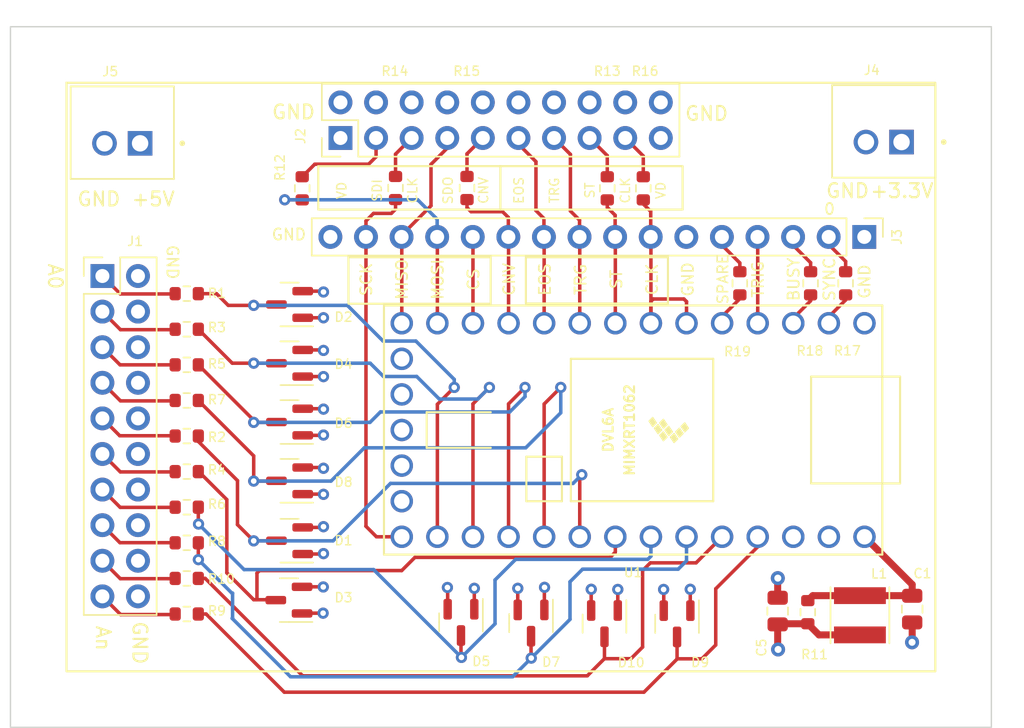
<source format=kicad_pcb>
(kicad_pcb (version 20211014) (generator pcbnew)
  (layers (0 "F.Cu" signal) (1 "In1.Cu" signal) (2 "In2.Cu" signal) (31 "B.Cu" signal) (34 "B.Paste" user) (35 "F.Paste" user) (36 "B.SilkS" user "B.Silkscreen") (37 "F.SilkS" user "F.Silkscreen") (38 "B.Mask" user) (39 "F.Mask" user) (44 "Edge.Cuts" user))
  (net 0 "")
  (net 1 "Net-(D2-Pad3)")
  (net 2 "Earth")
  (net 3 "Net-(D4-Pad3)")
  (net 4 "Net-(D6-Pad3)")
  (net 5 "Net-(D8-Pad3)")
  (net 6 "+5V")
  (net 7 "+3.3V")
  (net 8 "Net-(D1-Pad3)")
  (net 9 "Net-(D3-Pad3)")
  (net 10 "Net-(D5-Pad3)")
  (net 11 "Net-(D7-Pad3)")
  (net 12 "Net-(D9-Pad3)")
  (net 13 "Net-(D10-Pad3)")
  (net 14 "Net-(J1-Pad1)")
  (net 15 "Net-(J3-Pad15)")
  (net 16 "Net-(J1-Pad3)")
  (net 17 "Net-(J3-Pad13)")
  (net 18 "Net-(J1-Pad5)")
  (net 19 "Net-(J3-Pad11)")
  (net 20 "Net-(J1-Pad7)")
  (net 21 "Net-(J3-Pad8)")
  (net 22 "Net-(J1-Pad9)")
  (net 23 "Net-(J3-Pad7)")
  (net 24 "Net-(J1-Pad11)")
  (net 25 "Net-(C1-Pad1)")
  (net 26 "Net-(J1-Pad13)")
  (net 27 "SPI:CLK")
  (net 28 "Net-(J1-Pad15)")
  (net 29 "SPI:SDO")
  (net 30 "Net-(J1-Pad17)")
  (net 31 "Net-(J1-Pad19)")
  (net 32 "Net-(J2-Pad3)")
  (net 33 "SPI:CNVST")
  (net 34 "CCD:EOS")
  (net 35 "CCD:TRIG")
  (net 36 "CCD:ST")
  (net 37 "CCD:CLK")
  (net 38 "Net-(R17-Pad2)")
  (net 39 "Net-(R18-Pad2)")
  (net 40 "Net-(J3-Pad2)")
  (net 41 "Net-(J3-Pad3)")
  (net 42 "Net-(J3-Pad4)")
  (net 43 "Net-(J3-Pad5)")
  (net 44 "Net-(J3-Pad12)")
  (net 45 "Net-(R19-Pad2)")
  (footprint "Package_TO_SOT_SMD:SOT-23" (layer "F.Cu") (at 119.9175 104.015 180)
    (fp_text reference "D4")
    (fp_text value "BAV99")
  )
  (footprint "Resistor_SMD:R_0603_1608Metric" (layer "F.Cu") (at 112.58 121.91)
    (fp_text reference "R9")
    (fp_text value "100R")
  )
  (footprint "Resistor_SMD:R_0603_1608Metric" (layer "F.Cu") (at 145.16 91.53 -90)
    (fp_text reference "R16")
    (fp_text value "49.9")
  )
  (footprint "Capacitor_SMD:C_0805_2012Metric" (layer "F.Cu") (at 164.35 121.56 -90)
    (fp_text reference "C1")
    (fp_text value "22uF")
  )
  (footprint "Package_TO_SOT_SMD:SOT-23" (layer "F.Cu") (at 119.9175 99.82 180)
    (fp_text reference "D2")
    (fp_text value "BAV99")
  )
  (footprint "Connector_PinHeader_2.54mm:PinHeader_1x16_P2.54mm_Vertical" (layer "F.Cu") (at 160.93 95 -90)
    (fp_text reference "J3")
    (fp_text value "Conn_01x16_Male")
  )
  (footprint "Resistor_SMD:R_0603_1608Metric" (layer "F.Cu") (at 112.58 119.37)
    (fp_text reference "R10")
    (fp_text value "100R")
  )
  (footprint "teensy_footprints:Teensy40" (layer "F.Cu") (at 144.435 108.78 180)
    (fp_text reference "U1")
    (fp_text value "Teensy4.0")
  )
  (footprint "Resistor_SMD:R_0603_1608Metric" (layer "F.Cu") (at 156.9 121.78 -90)
    (fp_text reference "R11")
    (fp_text value "100R")
  )
  (footprint "Resistor_SMD:R_0603_1608Metric" (layer "F.Cu") (at 112.58 116.83)
    (fp_text reference "R8")
    (fp_text value "100R")
  )
  (footprint "Resistor_SMD:R_0603_1608Metric" (layer "F.Cu") (at 120.82 91.53 -90)
    (fp_text reference "R12")
    (fp_text value "49.9")
  )
  (footprint "Connector_PinHeader_2.54mm:PinHeader_2x10_P2.54mm_Vertical" (layer "F.Cu") (at 106.56 97.79)
    (fp_text reference "J1")
    (fp_text value "Conn_02x10_Odd_Even")
  )
  (footprint "Resistor_SMD:R_0603_1608Metric" (layer "F.Cu") (at 112.58 104.13)
    (fp_text reference "R5")
    (fp_text value "100R")
  )
  (footprint "Package_TO_SOT_SMD:SOT-23" (layer "F.Cu") (at 119.9175 112.405 180)
    (fp_text reference "D8")
    (fp_text value "BAV99")
  )
  (footprint "Resistor_SMD:R_0603_1608Metric" (layer "F.Cu") (at 112.58 114.29)
    (fp_text reference "R6")
    (fp_text value "100R")
  )
  (footprint "Package_TO_SOT_SMD:SOT-23" (layer "F.Cu") (at 137.15 122.5575 -90)
    (fp_text reference "D7")
    (fp_text value "BAV99")
  )
  (footprint "Package_TO_SOT_SMD:SOT-23" (layer "F.Cu") (at 132.15 122.5075 -90)
    (fp_text reference "D5")
    (fp_text value "BAV99")
  )
  (footprint "Resistor_SMD:R_0603_1608Metric" (layer "F.Cu") (at 159.6 98.31 -90)
    (fp_text reference "R17")
    (fp_text value "49.9")
  )
  (footprint "705430001:MOLEX_705430001" (layer "F.Cu") (at 162.32 88.23)
    (fp_text reference "J4")
    (fp_text value "705430001")
  )
  (footprint "Capacitor_SMD:C_0805_2012Metric" (layer "F.Cu") (at 154.75 121.7 90)
    (fp_text reference "C5")
    (fp_text value "22uF")
  )
  (footprint "Package_TO_SOT_SMD:SOT-23" (layer "F.Cu") (at 147.57 122.6075 -90)
    (fp_text reference "D9")
    (fp_text value "BAV99")
  )
  (footprint "Resistor_SMD:R_0603_1608Metric" (layer "F.Cu") (at 157.1 98.31 -90)
    (fp_text reference "R18")
    (fp_text value "49.9")
  )
  (footprint "Resistor_SMD:R_0603_1608Metric" (layer "F.Cu") (at 127.48 91.51 -90)
    (fp_text reference "R14")
    (fp_text value "49.9")
  )
  (footprint "Resistor_SMD:R_0603_1608Metric" (layer "F.Cu") (at 112.58 101.59)
    (fp_text reference "R3")
    (fp_text value "100R")
  )
  (footprint "Package_TO_SOT_SMD:SOT-23" (layer "F.Cu") (at 142.39 122.5975 -90)
    (fp_text reference "D10")
    (fp_text value "BAV99")
  )
  (footprint "Connector_PinHeader_2.54mm:PinHeader_2x10_P2.54mm_Vertical" (layer "F.Cu") (at 123.55 87.94 90)
    (fp_text reference "J2")
    (fp_text value "Conn_02x10_Odd_Even")
  )
  (footprint "Resistor_SMD:R_0603_1608Metric" (layer "F.Cu") (at 112.58 99.05)
    (fp_text reference "R1")
    (fp_text value "100R")
  )
  (footprint "705430001:MOLEX_705430001" (layer "F.Cu") (at 107.98 88.32)
    (fp_text reference "J5")
    (fp_text value "705430001")
  )
  (footprint "Inductor_SMD:L_Taiyo-Yuden_NR-40xx" (layer "F.Cu") (at 160.62 122 -90)
    (fp_text reference "L1")
    (fp_text value "10uH")
  )
  (footprint "Resistor_SMD:R_0603_1608Metric" (layer "F.Cu") (at 142.59 91.53 -90)
    (fp_text reference "R13")
    (fp_text value "49.9")
  )
  (footprint "Resistor_SMD:R_0603_1608Metric" (layer "F.Cu") (at 112.58 106.67)
    (fp_text reference "R7")
    (fp_text value "100R")
  )
  (footprint "Package_TO_SOT_SMD:SOT-23" (layer "F.Cu") (at 119.9175 108.21 180)
    (fp_text reference "D6")
    (fp_text value "BAV99")
  )
  (footprint "Resistor_SMD:R_0603_1608Metric" (layer "F.Cu") (at 112.58 109.21)
    (fp_text reference "R2")
    (fp_text value "100R")
  )
  (footprint "Resistor_SMD:R_0603_1608Metric" (layer "F.Cu") (at 152.05 98.31 -90)
    (fp_text reference "R19")
    (fp_text value "49.9")
  )
  (footprint "Resistor_SMD:R_0603_1608Metric" (layer "F.Cu") (at 112.58 111.75)
    (fp_text reference "R4")
    (fp_text value "100R")
  )
  (footprint "Resistor_SMD:R_0603_1608Metric" (layer "F.Cu") (at 132.58 91.51 -90)
    (fp_text reference "R15")
    (fp_text value "49.9")
  )
  (footprint "Package_TO_SOT_SMD:SOT-23" (layer "F.Cu") (at 119.9175 116.68 180)
    (fp_text reference "D1")
    (fp_text value "BAV99")
  )
  (footprint "Package_TO_SOT_SMD:SOT-23" (layer "F.Cu") (at 119.8725 120.92 180)
    (fp_text reference "D3")
    (fp_text value "BAV99")
  )
  (gr_rect (start 134.965 93.05) (end 121.965 89.95) (layer "F.SilkS") (width 0.15) (fill none))
  (gr_rect (start 147.965 93.05) (end 134.965 89.95) (layer "F.SilkS") (width 0.15) (fill none))
  (gr_rect (start 104 84) (end 166 126) (layer "F.SilkS") (width 0.15) (fill none))
  (gr_rect (start 124.12 96.45) (end 134.27 99.77) (layer "F.SilkS") (width 0.15) (fill none))
  (gr_rect (start 136.78 96.45) (end 146.92 99.75) (layer "F.SilkS") (width 0.15) (fill none))
  (gr_rect (start 100 80) (end 170 130) (layer "Edge.Cuts") (width 0.1) (fill none))
  (gr_text "EOS" (at 138.138265 98.03 90) (layer "F.SilkS") (effects (font (size 0.8 0.8) (thickness 0.12))))
  (gr_text "+5V" (at 110.19 92.3) (layer "F.SilkS") (effects (font (size 1 1))))
  (gr_text "SPARE" (at 150.83878 98.03 90) (layer "F.SilkS") (effects (font (size 0.75 0.75) (thickness 0.11))))
  (gr_text "SDO" (at 131.225 91.68 90) (layer "F.SilkS") (effects (font (size 0.66 0.66) (thickness 0.1))))
  (gr_text "SYNC" (at 158.44 98.03 90) (layer "F.SilkS") (effects (font (size 0.8 0.8) (thickness 0.12))))
  (gr_text "ST" (at 141.345 91.68 90) (layer "F.SilkS") (effects (font (size 0.66 0.66) (thickness 0.1))))
  (gr_text "GND" (at 159.74 91.71) (layer "F.SilkS") (effects (font (size 1 1))))
  (gr_text "GND" (at 106.31 92.3) (layer "F.SilkS") (effects (font (size 1 1))))
  (gr_text "TRG" (at 138.815 91.68 90) (layer "F.SilkS") (effects (font (size 0.66 0.66) (thickness 0.1))))
  (gr_text "GND" (at 148.336877 98.030001 90) (layer "F.SilkS") (effects (font (size 0.8 0.8) (thickness 0.12))))
  (gr_text "VD" (at 123.635 91.68 90) (layer "F.SilkS") (effects (font (size 0.66 0.66) (thickness 0.1))))
  (gr_text "GND" (at 149.68 86.2) (layer "F.SilkS") (effects (font (size 1 1))))
  (gr_text "A0" (at 103.2 97.82 270) (layer "F.SilkS") (effects (font (size 1 1))))
  (gr_text "CNV" (at 135.588612 98.03 90) (layer "F.SilkS") (effects (font (size 0.8 0.8) (thickness 0.12))))
  (gr_text "GND" (at 160.95 98.19 90) (layer "F.SilkS") (effects (font (size 0.8 0.8) (thickness 0.12))))
  (gr_text "CLK" (at 143.875 91.68 90) (layer "F.SilkS") (effects (font (size 0.66 0.66) (thickness 0.1))))
  (gr_text "CS" (at 133.038959 98.030001 90) (layer "F.SilkS") (effects (font (size 0.8 0.8) (thickness 0.12))))
  (gr_text "GND" (at 119.87 94.83) (layer "F.SilkS") (effects (font (size 0.8 0.8) (thickness 0.12))))
  (gr_text "GND" (at 120.2 86.09) (layer "F.SilkS") (effects (font (size 1 1))))
  (gr_text "EOS" (at 136.285 91.68 90) (layer "F.SilkS") (effects (font (size 0.66 0.66) (thickness 0.1))))
  (gr_text "CNV" (at 133.755 91.68 90) (layer "F.SilkS") (effects (font (size 0.66 0.66) (thickness 0.1))))
  (gr_text "MISO" (at 127.939653 98.03 90) (layer "F.SilkS") (effects (font (size 0.8 0.8) (thickness 0.12))))
  (gr_text "An" (at 106.62 123.64 270) (layer "F.SilkS") (effects (font (size 1 1))))
  (gr_text "TRIG" (at 153.340683 98.03 90) (layer "F.SilkS") (effects (font (size 0.8 0.8) (thickness 0.12))))
  (gr_text "CLK" (at 128.695 91.68 90) (layer "F.SilkS") (effects (font (size 0.66 0.66) (thickness 0.1))))
  (gr_text "CLK" (at 145.787224 98.030001 90) (layer "F.SilkS") (effects (font (size 0.8 0.8) (thickness 0.12))))
  (gr_text "VD" (at 146.405 91.68 90) (layer "F.SilkS") (effects (font (size 0.66 0.66) (thickness 0.1))))
  (gr_text "SDI" (at 126.165 91.68 90) (layer "F.SilkS") (effects (font (size 0.66 0.66) (thickness 0.1))))
  (gr_text "BUSY" (at 155.890336 98.03 90) (layer "F.SilkS") (effects (font (size 0.8 0.8) (thickness 0.12))))
  (gr_text "ST" (at 143.237571 98.030001 90) (layer "F.SilkS") (effects (font (size 0.8 0.8) (thickness 0.12))))
  (gr_text "GND" (at 109.23 123.97 270) (layer "F.SilkS") (effects (font (size 1 1))))
  (gr_text "0" (at 158.45 93.01) (layer "F.SilkS") (effects (font (size 0.8 0.8) (thickness 0.12))))
  (gr_text "+3.3V" (at 163.62 91.71) (layer "F.SilkS") (effects (font (size 1 1))))
  (gr_text "TRG" (at 140.687918 98.03 90) (layer "F.SilkS") (effects (font (size 0.8 0.8) (thickness 0.12))))
  (gr_text "MOSI" (at 130.489306 98.03 90) (layer "F.SilkS") (effects (font (size 0.8 0.8) (thickness 0.12))))
  (gr_text "SCK" (at 125.39 98.030001 90) (layer "F.SilkS") (effects (font (size 0.8 0.8) (thickness 0.12))))
  (gr_text "GND" (at 111.56 96.8 270) (layer "F.SilkS") (effects (font (size 0.8 0.8) (thickness 0.12))))
  (segment (start 131.67 105.74) (end 130.465 106.945) (width 0.25) (layer "F.Cu") (net 1))
  (segment (start 115.54 99.885) (end 117.3575 99.885) (width 0.25) (layer "F.Cu") (net 1))
  (segment (start 117.3575 99.885) (end 118.915 99.885) (width 0.25) (layer "F.Cu") (net 1))
  (segment (start 113.405 99.05) (end 114.705 99.05) (width 0.25) (layer "F.Cu") (net 1))
  (segment (start 114.705 99.05) (end 115.54 99.885) (width 0.25) (layer "F.Cu") (net 1))
  (segment (start 118.915 99.885) (end 118.98 99.82) (width 0.25) (layer "F.Cu") (net 1))
  (segment (start 130.465 106.945) (end 130.465 116.4) (width 0.25) (layer "F.Cu") (net 1))
  (via (at 131.67 105.74) (size 0.8) (drill 0.4) (layers "F.Cu" "B.Cu") (net 1))
  (via (at 117.3575 99.885) (size 0.8) (drill 0.4) (layers "F.Cu" "B.Cu") (net 1))
  (segment (start 124.045 99.885) (end 126.59 102.43) (width 0.25) (layer "B.Cu") (net 1))
  (segment (start 126.59 102.43) (end 128.93 102.43) (width 0.25) (layer "B.Cu") (net 1))
  (segment (start 131.67 105.17) (end 131.67 105.74) (width 0.25) (layer "B.Cu") (net 1))
  (segment (start 128.93 102.43) (end 131.67 105.17) (width 0.25) (layer "B.Cu") (net 1))
  (segment (start 117.3575 99.885) (end 124.045 99.885) (width 0.25) (layer "B.Cu") (net 1))
  (segment (start 154.75 120.75) (end 154.75 119.36) (width 0.5) (layer "F.Cu") (net 2))
  (segment (start 154.75 119.36) (end 154.76 119.35) (width 0.25) (layer "F.Cu") (net 2))
  (segment (start 138.1 120.019375) (end 138.111875 120.0075) (width 0.25) (layer "F.Cu") (net 2))
  (segment (start 120.83 121.85) (end 120.81 121.87) (width 0.25) (layer "F.Cu") (net 2))
  (segment (start 133.1 121.57) (end 133.1 120.079375) (width 0.25) (layer "F.Cu") (net 2))
  (segment (start 122.3075 117.63) (end 122.3375 117.6) (width 0.25) (layer "F.Cu") (net 2))
  (segment (start 120.855 113.355) (end 122.3225 113.355) (width 0.25) (layer "F.Cu") (net 2))
  (segment (start 133.1 120.079375) (end 133.101875 120.0775) (width 0.25) (layer "F.Cu") (net 2))
  (segment (start 148.511875 120.1475) (end 148.511875 121.661875) (width 0.25) (layer "F.Cu") (net 2))
  (segment (start 138.1 121.62) (end 138.1 120.019375) (width 0.25) (layer "F.Cu") (net 2))
  (segment (start 122.3325 104.965) (end 122.3375 104.97) (width 0.25) (layer "F.Cu") (net 2))
  (segment (start 120.855 104.965) (end 122.3325 104.965) (width 0.25) (layer "F.Cu") (net 2))
  (segment (start 122.3175 109.16) (end 122.3375 109.14) (width 0.25) (layer "F.Cu") (net 2))
  (segment (start 164.35 123.92) (end 164.34 123.93) (width 0.25) (layer "F.Cu") (net 2))
  (segment (start 122.31 121.85) (end 120.83 121.85) (width 0.25) (layer "F.Cu") (net 2))
  (segment (start 164.35 122.51) (end 164.35 123.92) (width 0.5) (layer "F.Cu") (net 2))
  (segment (start 120.855 117.63) (end 122.3075 117.63) (width 0.25) (layer "F.Cu") (net 2))
  (segment (start 143.34 121.66) (end 143.34 120.159375) (width 0.25) (layer "F.Cu") (net 2))
  (segment (start 148.511875 121.661875) (end 148.52 121.67) (width 0.25) (layer "F.Cu") (net 2))
  (segment (start 143.34 120.159375) (end 143.341875 120.1575) (width 0.25) (layer "F.Cu") (net 2))
  (segment (start 120.855 100.77) (end 122.3375 100.77) (width 0.25) (layer "F.Cu") (net 2))
  (segment (start 122.3225 113.355) (end 122.3375 113.37) (width 0.25) (layer "F.Cu") (net 2))
  (segment (start 120.855 109.16) (end 122.3175 109.16) (width 0.25) (layer "F.Cu") (net 2))
  (via (at 143.341875 120.1575) (size 0.8) (drill 0.4) (layers "F.Cu" "B.Cu") (net 2))
  (via (at 154.76 119.35) (size 1) (drill 0.5) (layers "F.Cu" "B.Cu") (net 2))
  (via (at 122.3375 104.97) (size 0.8) (drill 0.4) (layers "F.Cu" "B.Cu") (net 2))
  (via (at 122.3375 117.6) (size 0.8) (drill 0.4) (layers "F.Cu" "B.Cu") (net 2))
  (via (at 148.511875 120.1475) (size 0.8) (drill 0.4) (layers "F.Cu" "B.Cu") (net 2))
  (via (at 138.111875 120.0075) (size 0.8) (drill 0.4) (layers "F.Cu" "B.Cu") (net 2))
  (via (at 122.3375 100.77) (size 0.8) (drill 0.4) (layers "F.Cu" "B.Cu") (net 2))
  (via (at 122.3375 113.37) (size 0.8) (drill 0.4) (layers "F.Cu" "B.Cu") (net 2))
  (via (at 164.34 123.93) (size 1) (drill 0.5) (layers "F.Cu" "B.Cu") (net 2))
  (via (at 122.31 121.85) (size 0.8) (drill 0.4) (layers "F.Cu" "B.Cu") (net 2))
  (via (at 133.101875 120.0775) (size 0.8) (drill 0.4) (layers "F.Cu" "B.Cu") (net 2))
  (via (at 122.3375 109.14) (size 0.8) (drill 0.4) (layers "F.Cu" "B.Cu") (net 2))
  (segment (start 115.825 104.01) (end 117.3575 104.01) (width 0.25) (layer "F.Cu") (net 3))
  (segment (start 118.975 104.01) (end 118.98 104.015) (width 0.25) (layer "F.Cu") (net 3))
  (segment (start 117.3575 104.01) (end 118.975 104.01) (width 0.25) (layer "F.Cu") (net 3))
  (segment (start 134.18 105.74) (end 133.005 106.915) (width 0.25) (layer "F.Cu") (net 3))
  (segment (start 113.405 101.59) (end 115.825 104.01) (width 0.25) (layer "F.Cu") (net 3))
  (segment (start 133.005 106.915) (end 133.005 116.4) (width 0.25) (layer "F.Cu") (net 3))
  (via (at 134.18 105.74) (size 0.8) (drill 0.4) (layers "F.Cu" "B.Cu") (net 3))
  (via (at 117.3575 104.01) (size 0.8) (drill 0.4) (layers "F.Cu" "B.Cu") (net 3))
  (segment (start 126.62 104.96) (end 128.99 104.96) (width 0.25) (layer "B.Cu") (net 3))
  (segment (start 130.6 106.57) (end 133.35 106.57) (width 0.25) (layer "B.Cu") (net 3))
  (segment (start 133.35 106.57) (end 134.18 105.74) (width 0.25) (layer "B.Cu") (net 3))
  (segment (start 117.3575 104.01) (end 125.67 104.01) (width 0.25) (layer "B.Cu") (net 3))
  (segment (start 128.99 104.96) (end 130.6 106.57) (width 0.25) (layer "B.Cu") (net 3))
  (segment (start 125.67 104.01) (end 126.62 104.96) (width 0.25) (layer "B.Cu") (net 3))
  (segment (start 113.405 104.13) (end 117.3575 108.0825) (width 0.25) (layer "F.Cu") (net 4))
  (segment (start 117.2375 108.115) (end 117.3575 108.235) (width 0.25) (layer "F.Cu") (net 4))
  (segment (start 135.545 106.915) (end 135.545 116.4) (width 0.25) (layer "F.Cu") (net 4))
  (segment (start 117.3575 108.0825) (end 117.3575 108.235) (width 0.25) (layer "F.Cu") (net 4))
  (segment (start 118.955 108.235) (end 118.98 108.21) (width 0.25) (layer "F.Cu") (net 4))
  (segment (start 117.3575 108.235) (end 118.955 108.235) (width 0.25) (layer "F.Cu") (net 4))
  (segment (start 136.72 105.74) (end 135.545 106.915) (width 0.25) (layer "F.Cu") (net 4))
  (via (at 117.3575 108.235) (size 0.8) (drill 0.4) (layers "F.Cu" "B.Cu") (net 4))
  (via (at 136.72 105.74) (size 0.8) (drill 0.4) (layers "F.Cu" "B.Cu") (net 4))
  (segment (start 125.655 108.235) (end 117.3575 108.235) (width 0.25) (layer "B.Cu") (net 4))
  (segment (start 136.72 106.4) (end 135.63 107.49) (width 0.25) (layer "B.Cu") (net 4))
  (segment (start 135.63 107.49) (end 126.4 107.49) (width 0.25) (layer "B.Cu") (net 4))
  (segment (start 136.72 105.74) (end 136.72 106.4) (width 0.25) (layer "B.Cu") (net 4))
  (segment (start 126.4 107.49) (end 125.655 108.235) (width 0.25) (layer "B.Cu") (net 4))
  (segment (start 113.405 106.67) (end 113.405 106.675) (width 0.25) (layer "F.Cu") (net 5))
  (segment (start 138.085 106.925) (end 138.085 116.4) (width 0.25) (layer "F.Cu") (net 5))
  (segment (start 118.96 112.425) (end 118.98 112.405) (width 0.25) (layer "F.Cu") (net 5))
  (segment (start 139.27 105.74) (end 138.085 106.925) (width 0.25) (layer "F.Cu") (net 5))
  (segment (start 113.405 106.675) (end 117.3575 110.6275) (width 0.25) (layer "F.Cu") (net 5))
  (segment (start 117.3575 110.6275) (end 117.3575 112.425) (width 0.25) (layer "F.Cu") (net 5))
  (segment (start 117.3575 112.425) (end 118.96 112.425) (width 0.25) (layer "F.Cu") (net 5))
  (via (at 139.27 105.74) (size 0.8) (drill 0.4) (layers "F.Cu" "B.Cu") (net 5))
  (via (at 117.3575 112.425) (size 0.8) (drill 0.4) (layers "F.Cu" "B.Cu") (net 5))
  (segment (start 117.3575 112.425) (end 122.875 112.425) (width 0.25) (layer "B.Cu") (net 5))
  (segment (start 139.27 107.55) (end 139.27 105.74) (width 0.25) (layer "B.Cu") (net 5))
  (segment (start 125.25 110.05) (end 136.77 110.05) (width 0.25) (layer "B.Cu") (net 5))
  (segment (start 122.875 112.425) (end 125.25 110.05) (width 0.25) (layer "B.Cu") (net 5))
  (segment (start 136.77 110.05) (end 139.27 107.55) (width 0.25) (layer "B.Cu") (net 5))
  (segment (start 154.75 122.65) (end 154.75 124.41) (width 0.5) (layer "F.Cu") (net 6))
  (segment (start 154.795 122.605) (end 154.75 122.65) (width 0.5) (layer "F.Cu") (net 6))
  (segment (start 157.695 123.4) (end 156.9 122.605) (width 0.5) (layer "F.Cu") (net 6))
  (segment (start 156.9 122.605) (end 154.795 122.605) (width 0.5) (layer "F.Cu") (net 6))
  (segment (start 154.75 124.41) (end 154.78 124.44) (width 0.5) (layer "F.Cu") (net 6))
  (segment (start 160.62 123.4) (end 157.695 123.4) (width 0.5) (layer "F.Cu") (net 6))
  (via (at 154.78 124.44) (size 1) (drill 0.5) (layers "F.Cu" "B.Cu") (net 6))
  (segment (start 122.3025 103.065) (end 122.3375 103.1) (width 0.25) (layer "F.Cu") (net 7))
  (segment (start 120.855 98.87) (end 122.2775 98.87) (width 0.25) (layer "F.Cu") (net 7))
  (segment (start 122.3075 107.26) (end 122.3375 107.29) (width 0.25) (layer "F.Cu") (net 7))
  (segment (start 122.2875 115.73) (end 122.3375 115.68) (width 0.25) (layer "F.Cu") (net 7))
  (segment (start 146.62 121.67) (end 146.62 120.1675) (width 0.25) (layer "F.Cu") (net 7))
  (segment (start 141.44 121.66) (end 141.44 120.153125) (width 0.25) (layer "F.Cu") (net 7))
  (segment (start 136.2 121.62) (end 136.2 120.08125) (width 0.25) (layer "F.Cu") (net 7))
  (segment (start 120.855 115.73) (end 122.2875 115.73) (width 0.25) (layer "F.Cu") (net 7))
  (segment (start 120.855 107.26) (end 122.3075 107.26) (width 0.25) (layer "F.Cu") (net 7))
  (segment (start 122.2775 98.87) (end 122.3375 98.93) (width 0.25) (layer "F.Cu") (net 7))
  (segment (start 122.3125 119.97) (end 122.3225 119.98) (width 0.25) (layer "F.Cu") (net 7))
  (segment (start 122.2825 111.455) (end 122.3375 111.51) (width 0.25) (layer "F.Cu") (net 7))
  (segment (start 120.855 103.065) (end 122.3025 103.065) (width 0.25) (layer "F.Cu") (net 7))
  (segment (start 146.62 120.1675) (end 146.61 120.1575) (width 0.25) (layer "F.Cu") (net 7))
  (segment (start 120.855 111.455) (end 122.2825 111.455) (width 0.25) (layer "F.Cu") (net 7))
  (segment (start 141.44 120.153125) (end 141.445625 120.1475) (width 0.25) (layer "F.Cu") (net 7))
  (segment (start 120.81 119.97) (end 122.3125 119.97) (width 0.25) (layer "F.Cu") (net 7))
  (segment (start 131.2 121.57) (end 131.2 120.035625) (width 0.25) (layer "F.Cu") (net 7))
  (segment (start 136.2 120.08125) (end 136.20375 120.0775) (width 0.25) (layer "F.Cu") (net 7))
  (segment (start 131.2 120.035625) (end 131.181875 120.0175) (width 0.25) (layer "F.Cu") (net 7))
  (via (at 141.445625 120.1475) (size 0.8) (drill 0.4) (layers "F.Cu" "B.Cu") (net 7))
  (via (at 146.61 120.1575) (size 0.8) (drill 0.4) (layers "F.Cu" "B.Cu") (net 7))
  (via (at 122.3375 111.51) (size 0.8) (drill 0.4) (layers "F.Cu" "B.Cu") (net 7))
  (via (at 136.20375 120.0775) (size 0.8) (drill 0.4) (layers "F.Cu" "B.Cu") (net 7))
  (via (at 122.3375 103.1) (size 0.8) (drill 0.4) (layers "F.Cu" "B.Cu") (net 7))
  (via (at 131.181875 120.0175) (size 0.8) (drill 0.4) (layers "F.Cu" "B.Cu") (net 7))
  (via (at 122.3225 119.98) (size 0.8) (drill 0.4) (layers "F.Cu" "B.Cu") (net 7))
  (via (at 122.3375 98.93) (size 0.8) (drill 0.4) (layers "F.Cu" "B.Cu") (net 7))
  (via (at 122.3375 107.29) (size 0.8) (drill 0.4) (layers "F.Cu" "B.Cu") (net 7))
  (via (at 122.3375 115.68) (size 0.8) (drill 0.4) (layers "F.Cu" "B.Cu") (net 7))
  (segment (start 117.3575 116.69) (end 118.97 116.69) (width 0.25) (layer "F.Cu") (net 8))
  (segment (start 116.2 115.5325) (end 117.3575 116.69) (width 0.25) (layer "F.Cu") (net 8))
  (segment (start 118.97 116.69) (end 118.98 116.68) (width 0.25) (layer "F.Cu") (net 8))
  (segment (start 140.625 112.115) (end 140.625 116.4) (width 0.25) (layer "F.Cu") (net 8))
  (segment (start 113.405 109.595) (end 116.2 112.39) (width 0.25) (layer "F.Cu") (net 8))
  (segment (start 116.2 112.39) (end 116.2 115.5325) (width 0.25) (layer "F.Cu") (net 8))
  (segment (start 113.405 109.21) (end 113.405 109.595) (width 0.25) (layer "F.Cu") (net 8))
  (segment (start 140.77 111.97) (end 140.625 112.115) (width 0.25) (layer "F.Cu") (net 8))
  (via (at 140.77 111.97) (size 0.8) (drill 0.4) (layers "F.Cu" "B.Cu") (net 8))
  (via (at 117.3575 116.69) (size 0.8) (drill 0.4) (layers "F.Cu" "B.Cu") (net 8))
  (segment (start 140.15 112.59) (end 140.77 111.97) (width 0.25) (layer "B.Cu") (net 8))
  (segment (start 117.3575 116.69) (end 123.02 116.69) (width 0.25) (layer "B.Cu") (net 8))
  (segment (start 127.12 112.59) (end 140.15 112.59) (width 0.25) (layer "B.Cu") (net 8))
  (segment (start 123.02 116.69) (end 127.12 112.59) (width 0.25) (layer "B.Cu") (net 8))
  (segment (start 117.59 120.86) (end 117.56 120.89) (width 0.25) (layer "F.Cu") (net 9))
  (segment (start 143.165 117.495) (end 142.79 117.87) (width 0.25) (layer "F.Cu") (net 9))
  (segment (start 128.86 117.87) (end 127.92 118.81) (width 0.25) (layer "F.Cu") (net 9))
  (segment (start 143.165 116.4) (end 143.165 117.495) (width 0.25) (layer "F.Cu") (net 9))
  (segment (start 115.44 113.75) (end 115.44 118.9725) (width 0.25) (layer "F.Cu") (net 9))
  (segment (start 118.905 120.89) (end 118.935 120.92) (width 0.25) (layer "F.Cu") (net 9))
  (segment (start 127.92 118.81) (end 117.77 118.81) (width 0.25) (layer "F.Cu") (net 9))
  (segment (start 113.405 111.75) (end 113.44 111.75) (width 0.25) (layer "F.Cu") (net 9))
  (segment (start 117.59 118.99) (end 117.59 120.86) (width 0.25) (layer "F.Cu") (net 9))
  (segment (start 115.44 118.9725) (end 117.3575 120.89) (width 0.25) (layer "F.Cu") (net 9))
  (segment (start 117.77 118.81) (end 117.59 118.99) (width 0.25) (layer "F.Cu") (net 9))
  (segment (start 142.79 117.87) (end 128.86 117.87) (width 0.25) (layer "F.Cu") (net 9))
  (segment (start 117.3575 120.89) (end 117.56 120.89) (width 0.25) (layer "F.Cu") (net 9))
  (segment (start 113.44 111.75) (end 115.44 113.75) (width 0.25) (layer "F.Cu") (net 9))
  (segment (start 117.56 120.89) (end 118.905 120.89) (width 0.25) (layer "F.Cu") (net 9))
  (segment (start 113.405 114.29) (end 113.405 115.475) (width 0.25) (layer "F.Cu") (net 10))
  (segment (start 132.15 123.445) (end 132.15 124.975625) (width 0.25) (layer "F.Cu") (net 10))
  (segment (start 132.15 124.975625) (end 132.181875 125.0075) (width 0.25) (layer "F.Cu") (net 10))
  (segment (start 113.405 115.475) (end 113.42 115.49) (width 0.25) (layer "F.Cu") (net 10))
  (via (at 113.42 115.49) (size 0.8) (drill 0.4) (layers "F.Cu" "B.Cu") (net 10))
  (via (at 132.181875 125.0075) (size 0.8) (drill 0.4) (layers "F.Cu" "B.Cu") (net 10))
  (segment (start 116.67 118.74) (end 125.914375 118.74) (width 0.25) (layer "B.Cu") (net 10))
  (segment (start 145.48 118.01) (end 145.705 117.785) (width 0.25) (layer "B.Cu") (net 10))
  (segment (start 134.58 122.609375) (end 134.58 119.48) (width 0.25) (layer "B.Cu") (net 10))
  (segment (start 125.914375 118.74) (end 132.181875 125.0075) (width 0.25) (layer "B.Cu") (net 10))
  (segment (start 132.181875 125.0075) (end 134.58 122.609375) (width 0.25) (layer "B.Cu") (net 10))
  (segment (start 136.05 118.01) (end 145.48 118.01) (width 0.25) (layer "B.Cu") (net 10))
  (segment (start 113.42 115.49) (end 116.67 118.74) (width 0.25) (layer "B.Cu") (net 10))
  (segment (start 134.58 119.48) (end 136.05 118.01) (width 0.25) (layer "B.Cu") (net 10))
  (segment (start 145.705 117.785) (end 145.705 116.4) (width 0.25) (layer "B.Cu") (net 10))
  (segment (start 113.405 116.83) (end 113.405 118.025) (width 0.25) (layer "F.Cu") (net 11))
  (segment (start 113.405 118.025) (end 113.41 118.03) (width 0.25) (layer "F.Cu") (net 11))
  (segment (start 137.15 123.495) (end 137.15 125.04375) (width 0.25) (layer "F.Cu") (net 11))
  (segment (start 137.15 125.04375) (end 137.16375 125.0575) (width 0.25) (layer "F.Cu") (net 11))
  (via (at 113.41 118.03) (size 0.8) (drill 0.4) (layers "F.Cu" "B.Cu") (net 11))
  (via (at 137.16375 125.0575) (size 0.8) (drill 0.4) (layers "F.Cu" "B.Cu") (net 11))
  (segment (start 137.16375 125.0575) (end 139.93 122.29125) (width 0.25) (layer "B.Cu") (net 11))
  (segment (start 147.65 118.71) (end 148.245 118.115) (width 0.25) (layer "B.Cu") (net 11))
  (segment (start 140.83 118.71) (end 147.65 118.71) (width 0.25) (layer "B.Cu") (net 11))
  (segment (start 115.8 120.42) (end 115.85 120.42) (width 0.25) (layer "B.Cu") (net 11))
  (segment (start 148.245 118.115) (end 148.245 116.4) (width 0.25) (layer "B.Cu") (net 11))
  (segment (start 115.85 120.42) (end 115.85 122.19) (width 0.25) (layer "B.Cu") (net 11))
  (segment (start 115.85 122.19) (end 115.82 122.22) (width 0.25) (layer "B.Cu") (net 11))
  (segment (start 135.83125 126.39) (end 137.16375 125.0575) (width 0.25) (layer "B.Cu") (net 11))
  (segment (start 139.93 122.29125) (end 139.93 119.61) (width 0.25) (layer "B.Cu") (net 11))
  (segment (start 115.82 122.22) (end 119.99 126.39) (width 0.25) (layer "B.Cu") (net 11))
  (segment (start 139.93 119.61) (end 140.83 118.71) (width 0.25) (layer "B.Cu") (net 11))
  (segment (start 113.41 118.03) (end 115.8 120.42) (width 0.25) (layer "B.Cu") (net 11))
  (segment (start 119.99 126.39) (end 135.83125 126.39) (width 0.25) (layer "B.Cu") (net 11))
  (segment (start 113.405 121.91) (end 113.96 121.91) (width 0.25) (layer "F.Cu") (net 12))
  (segment (start 113.96 121.91) (end 119.54 127.49) (width 0.25) (layer "F.Cu") (net 12))
  (segment (start 147.57 125.09) (end 147.5875 125.1075) (width 0.25) (layer "F.Cu") (net 12))
  (segment (start 150.33 120.11) (end 153.325 117.115) (width 0.25) (layer "F.Cu") (net 12))
  (segment (start 147.5875 125.1075) (end 149.3425 125.1075) (width 0.25) (layer "F.Cu") (net 12))
  (segment (start 145.205 127.49) (end 147.5875 125.1075) (width 0.25) (layer "F.Cu") (net 12))
  (segment (start 147.57 123.545) (end 147.57 125.09) (width 0.25) (layer "F.Cu") (net 12))
  (segment (start 119.54 127.49) (end 145.205 127.49) (width 0.25) (layer "F.Cu") (net 12))
  (segment (start 149.3425 125.1075) (end 150.33 124.12) (width 0.25) (layer "F.Cu") (net 12))
  (segment (start 150.33 124.12) (end 150.33 120.11) (width 0.25) (layer "F.Cu") (net 12))
  (segment (start 153.325 117.115) (end 153.325 116.4) (width 0.25) (layer "F.Cu") (net 12))
  (segment (start 148.925 118.26) (end 150.785 116.4) (width 0.25) (layer "F.Cu") (net 13))
  (segment (start 142.39 123.535) (end 142.39 125.093125) (width 0.25) (layer "F.Cu") (net 13))
  (segment (start 113.9 119.37) (end 120.85 126.32) (width 0.25) (layer "F.Cu") (net 13))
  (segment (start 142.385625 125.0975) (end 144.2825 125.0975) (width 0.25) (layer "F.Cu") (net 13))
  (segment (start 120.89 126.32) (end 141.163125 126.32) (width 0.25) (layer "F.Cu") (net 13))
  (segment (start 145.66 118.26) (end 148.925 118.26) (width 0.25) (layer "F.Cu") (net 13))
  (segment (start 144.2825 125.0975) (end 145.11 124.27) (width 0.25) (layer "F.Cu") (net 13))
  (segment (start 141.163125 126.32) (end 142.385625 125.0975) (width 0.25) (layer "F.Cu") (net 13))
  (segment (start 120.85 126.32) (end 120.89 126.32) (width 0.25) (layer "F.Cu") (net 13))
  (segment (start 113.405 119.37) (end 113.9 119.37) (width 0.25) (layer "F.Cu") (net 13))
  (segment (start 145.11 118.81) (end 145.66 118.26) (width 0.25) (layer "F.Cu") (net 13))
  (segment (start 145.11 124.27) (end 145.11 118.81) (width 0.25) (layer "F.Cu") (net 13))
  (segment (start 142.39 125.093125) (end 142.385625 125.0975) (width 0.25) (layer "F.Cu") (net 13))
  (segment (start 106.56 97.79) (end 107.84 99.07) (width 0.25) (layer "F.Cu") (net 14))
  (segment (start 111.735 99.07) (end 111.755 99.05) (width 0.25) (layer "F.Cu") (net 14))
  (segment (start 107.84 99.07) (end 111.735 99.07) (width 0.25) (layer "F.Cu") (net 14))
  (segment (start 126.12 116.4) (end 127.925 116.4) (width 0.25) (layer "F.Cu") (net 15))
  (segment (start 126.12 116.4) (end 125.37 115.65) (width 0.25) (layer "F.Cu") (net 15))
  (segment (start 125.91 93.32) (end 125.37 93.86) (width 0.25) (layer "F.Cu") (net 15))
  (segment (start 127.18 93.32) (end 125.91 93.32) (width 0.25) (layer "F.Cu") (net 15))
  (segment (start 125.37 93.86) (end 125.37 95) (width 0.25) (layer "F.Cu") (net 15))
  (segment (start 127.48 92.355) (end 127.48 93.02) (width 0.25) (layer "F.Cu") (net 15))
  (segment (start 125.37 115.65) (end 125.37 115.64) (width 0.25) (layer "F.Cu") (net 15))
  (segment (start 127.48 93.02) (end 127.18 93.32) (width 0.25) (layer "F.Cu") (net 15))
  (segment (start 125.37 94.88) (end 125.37 115.64) (width 0.25) (layer "F.Cu") (net 15))
  (segment (start 107.85 101.62) (end 111.725 101.62) (width 0.25) (layer "F.Cu") (net 16))
  (segment (start 111.725 101.62) (end 111.755 101.59) (width 0.25) (layer "F.Cu") (net 16))
  (segment (start 106.56 100.33) (end 107.85 101.62) (width 0.25) (layer "F.Cu") (net 16))
  (segment (start 120.82 92.355) (end 119.575 92.355) (width 0.25) (layer "F.Cu") (net 17))
  (segment (start 130.465 101.16) (end 130.465 94.895) (width 0.25) (layer "F.Cu") (net 17))
  (segment (start 119.575 92.355) (end 119.57 92.35) (width 0.25) (layer "F.Cu") (net 17))
  (via (at 119.57 92.35) (size 0.8) (drill 0.4) (layers "F.Cu" "B.Cu") (net 17))
  (segment (start 130.45 93.74) (end 130.45 95) (width 0.25) (layer "B.Cu") (net 17))
  (segment (start 129.14 92.43) (end 130.45 93.74) (width 0.25) (layer "B.Cu") (net 17))
  (segment (start 129.06 92.35) (end 129.14 92.43) (width 0.25) (layer "B.Cu") (net 17))
  (segment (start 119.57 92.35) (end 129.06 92.35) (width 0.25) (layer "B.Cu") (net 17))
  (segment (start 106.56 102.87) (end 107.82 104.13) (width 0.25) (layer "F.Cu") (net 18))
  (segment (start 107.82 104.13) (end 111.755 104.13) (width 0.25) (layer "F.Cu") (net 18))
  (segment (start 135.545 94.895) (end 135.545 101.16) (width 0.25) (layer "F.Cu") (net 19))
  (segment (start 135.53 93.61) (end 135.53 94.88) (width 0.25) (layer "F.Cu") (net 19))
  (segment (start 132.58 92.91) (end 132.87 93.2) (width 0.25) (layer "F.Cu") (net 19))
  (segment (start 132.58 92.335) (end 132.58 92.91) (width 0.25) (layer "F.Cu") (net 19))
  (segment (start 135.53 94.88) (end 135.545 94.895) (width 0.25) (layer "F.Cu") (net 19))
  (segment (start 135.12 93.2) (end 135.53 93.61) (width 0.25) (layer "F.Cu") (net 19))
  (segment (start 132.87 93.2) (end 135.12 93.2) (width 0.25) (layer "F.Cu") (net 19))
  (segment (start 107.85 106.7) (end 111.725 106.7) (width 0.25) (layer "F.Cu") (net 20))
  (segment (start 111.725 106.7) (end 111.755 106.67) (width 0.25) (layer "F.Cu") (net 20))
  (segment (start 106.56 105.41) (end 107.85 106.7) (width 0.25) (layer "F.Cu") (net 20))
  (segment (start 142.59 92.355) (end 142.59 92.89) (width 0.25) (layer "F.Cu") (net 21))
  (segment (start 143.15 93.45) (end 143.15 94.88) (width 0.25) (layer "F.Cu") (net 21))
  (segment (start 142.59 92.89) (end 143.15 93.45) (width 0.25) (layer "F.Cu") (net 21))
  (segment (start 143.165 94.895) (end 143.165 101.16) (width 0.25) (layer "F.Cu") (net 21))
  (segment (start 143.15 94.88) (end 143.165 94.895) (width 0.25) (layer "F.Cu") (net 21))
  (segment (start 111.735 109.19) (end 111.755 109.21) (width 0.25) (layer "F.Cu") (net 22))
  (segment (start 106.56 107.95) (end 107.8 109.19) (width 0.25) (layer "F.Cu") (net 22))
  (segment (start 107.8 109.19) (end 111.735 109.19) (width 0.25) (layer "F.Cu") (net 22))
  (segment (start 145.69 94.88) (end 145.705 94.895) (width 0.25) (layer "F.Cu") (net 23))
  (segment (start 148.245 99.615) (end 148.06 99.43) (width 0.25) (layer "F.Cu") (net 23))
  (segment (start 145.87 99.43) (end 145.705 99.595) (width 0.25) (layer "F.Cu") (net 23))
  (segment (start 145.705 99.595) (end 145.705 101.16) (width 0.25) (layer "F.Cu") (net 23))
  (segment (start 145.16 92.65) (end 145.69 93.18) (width 0.25) (layer "F.Cu") (net 23))
  (segment (start 145.69 93.18) (end 145.69 94.88) (width 0.25) (layer "F.Cu") (net 23))
  (segment (start 145.705 94.895) (end 145.705 101.16) (width 0.25) (layer "F.Cu") (net 23))
  (segment (start 148.245 101.16) (end 148.245 99.615) (width 0.25) (layer "F.Cu") (net 23))
  (segment (start 148.06 99.43) (end 145.87 99.43) (width 0.25) (layer "F.Cu") (net 23))
  (segment (start 145.16 92.355) (end 145.16 92.65) (width 0.25) (layer "F.Cu") (net 23))
  (segment (start 107.84 111.77) (end 111.735 111.77) (width 0.25) (layer "F.Cu") (net 24))
  (segment (start 111.735 111.77) (end 111.755 111.75) (width 0.25) (layer "F.Cu") (net 24))
  (segment (start 106.56 110.49) (end 107.84 111.77) (width 0.25) (layer "F.Cu") (net 24))
  (segment (start 160.62 120.6) (end 157.255 120.6) (width 0.5) (layer "F.Cu") (net 25))
  (segment (start 164.34 120.6) (end 164.35 120.61) (width 0.5) (layer "F.Cu") (net 25))
  (segment (start 164.35 120.61) (end 164.35 119.805) (width 0.5) (layer "F.Cu") (net 25))
  (segment (start 157.255 120.6) (end 156.9 120.955) (width 0.5) (layer "F.Cu") (net 25))
  (segment (start 164.35 119.805) (end 160.945 116.4) (width 0.5) (layer "F.Cu") (net 25))
  (segment (start 160.62 120.6) (end 164.34 120.6) (width 0.5) (layer "F.Cu") (net 25))
  (segment (start 106.56 113.03) (end 107.83 114.3) (width 0.25) (layer "F.Cu") (net 26))
  (segment (start 111.745 114.3) (end 111.755 114.29) (width 0.25) (layer "F.Cu") (net 26))
  (segment (start 107.83 114.3) (end 111.745 114.3) (width 0.25) (layer "F.Cu") (net 26))
  (segment (start 127.48 89.09) (end 128.63 87.94) (width 0.25) (layer "F.Cu") (net 27))
  (segment (start 127.48 90.705) (end 127.48 89.09) (width 0.25) (layer "F.Cu") (net 27))
  (segment (start 106.56 115.57) (end 107.81 116.82) (width 0.25) (layer "F.Cu") (net 28))
  (segment (start 107.81 116.82) (end 111.745 116.82) (width 0.25) (layer "F.Cu") (net 28))
  (segment (start 111.745 116.82) (end 111.755 116.83) (width 0.25) (layer "F.Cu") (net 28))
  (segment (start 130.01 92.78) (end 130.01 89.82) (width 0.25) (layer "F.Cu") (net 29))
  (segment (start 130.01 89.82) (end 131.17 88.66) (width 0.25) (layer "F.Cu") (net 29))
  (segment (start 131.17 88.66) (end 131.17 87.94) (width 0.25) (layer "F.Cu") (net 29))
  (segment (start 127.91 94.88) (end 130.01 92.78) (width 0.25) (layer "F.Cu") (net 29))
  (segment (start 127.925 94.895) (end 127.91 94.88) (width 0.25) (layer "F.Cu") (net 29))
  (segment (start 127.925 101.16) (end 127.925 94.895) (width 0.25) (layer "F.Cu") (net 29))
  (segment (start 107.84 119.39) (end 111.735 119.39) (width 0.25) (layer "F.Cu") (net 30))
  (segment (start 111.735 119.39) (end 111.755 119.37) (width 0.25) (layer "F.Cu") (net 30))
  (segment (start 106.56 118.11) (end 107.84 119.39) (width 0.25) (layer "F.Cu") (net 30))
  (segment (start 107.86 121.95) (end 111.715 121.95) (width 0.25) (layer "F.Cu") (net 31))
  (segment (start 106.56 120.65) (end 107.86 121.95) (width 0.25) (layer "F.Cu") (net 31))
  (segment (start 111.715 121.95) (end 111.755 121.91) (width 0.25) (layer "F.Cu") (net 31))
  (segment (start 120.82 90.705) (end 121.715 89.81) (width 0.25) (layer "F.Cu") (net 32))
  (segment (start 126.09 89.28) (end 126.09 87.94) (width 0.25) (layer "F.Cu") (net 32))
  (segment (start 125.56 89.81) (end 126.09 89.28) (width 0.25) (layer "F.Cu") (net 32))
  (segment (start 121.715 89.81) (end 125.56 89.81) (width 0.25) (layer "F.Cu") (net 32))
  (segment (start 132.58 89.07) (end 133.71 87.94) (width 0.25) (layer "F.Cu") (net 33))
  (segment (start 132.58 90.685) (end 132.58 89.07) (width 0.25) (layer "F.Cu") (net 33))
  (segment (start 138.085 101.16) (end 138.085 94.895) (width 0.25) (layer "F.Cu") (net 34))
  (segment (start 138.07 94.88) (end 138.07 93.69) (width 0.25) (layer "F.Cu") (net 34))
  (segment (start 137.5 89.63) (end 136.25 88.38) (width 0.25) (layer "F.Cu") (net 34))
  (segment (start 138.085 94.895) (end 138.07 94.88) (width 0.25) (layer "F.Cu") (net 34))
  (segment (start 137.5 93.12) (end 137.5 89.63) (width 0.25) (layer "F.Cu") (net 34))
  (segment (start 136.25 88.38) (end 136.25 87.94) (width 0.25) (layer "F.Cu") (net 34))
  (segment (start 138.07 93.69) (end 137.5 93.12) (width 0.25) (layer "F.Cu") (net 34))
  (segment (start 140.61 93.8) (end 139.96 93.15) (width 0.25) (layer "F.Cu") (net 35))
  (segment (start 140.625 101.16) (end 140.625 94.895) (width 0.25) (layer "F.Cu") (net 35))
  (segment (start 140.61 94.88) (end 140.61 93.8) (width 0.25) (layer "F.Cu") (net 35))
  (segment (start 140.625 94.895) (end 140.61 94.88) (width 0.25) (layer "F.Cu") (net 35))
  (segment (start 139.96 93.15) (end 139.96 89.11) (width 0.25) (layer "F.Cu") (net 35))
  (segment (start 139.96 89.11) (end 138.79 87.94) (width 0.25) (layer "F.Cu") (net 35))
  (segment (start 142.59 90.705) (end 142.59 89.2) (width 0.25) (layer "F.Cu") (net 36))
  (segment (start 142.59 89.2) (end 141.33 87.94) (width 0.25) (layer "F.Cu") (net 36))
  (segment (start 145.16 89.23) (end 143.87 87.94) (width 0.25) (layer "F.Cu") (net 37))
  (segment (start 145.16 90.705) (end 145.16 89.23) (width 0.25) (layer "F.Cu") (net 37))
  (segment (start 159.6 99.135) (end 159.6 99.5) (width 0.25) (layer "F.Cu") (net 38))
  (segment (start 158.405 100.695) (end 158.405 101.16) (width 0.25) (layer "F.Cu") (net 38))
  (segment (start 159.6 99.5) (end 158.405 100.695) (width 0.25) (layer "F.Cu") (net 38))
  (segment (start 157.1 99.56) (end 155.865 100.795) (width 0.25) (layer "F.Cu") (net 39))
  (segment (start 155.865 100.795) (end 155.865 101.16) (width 0.25) (layer "F.Cu") (net 39))
  (segment (start 157.1 99.135) (end 157.1 99.56) (width 0.25) (layer "F.Cu") (net 39))
  (segment (start 158.39 95.54) (end 158.39 95) (width 0.25) (layer "F.Cu") (net 40))
  (segment (start 159.6 96.75) (end 158.39 95.54) (width 0.25) (layer "F.Cu") (net 40))
  (segment (start 159.6 97.485) (end 159.6 96.75) (width 0.25) (layer "F.Cu") (net 40))
  (segment (start 155.85 95.59) (end 155.85 95) (width 0.25) (layer "F.Cu") (net 41))
  (segment (start 157.1 97.485) (end 157.1 96.84) (width 0.25) (layer "F.Cu") (net 41))
  (segment (start 157.1 96.84) (end 155.85 95.59) (width 0.25) (layer "F.Cu") (net 41))
  (segment (start 153.325 101.16) (end 153.325 94.895) (width 0.25) (layer "F.Cu") (net 42))
  (segment (start 152.05 96.86) (end 152.05 97.485) (width 0.25) (layer "F.Cu") (net 43))
  (segment (start 150.77 95.58) (end 152.05 96.86) (width 0.25) (layer "F.Cu") (net 43))
  (segment (start 150.77 95) (end 150.77 95.58) (width 0.25) (layer "F.Cu") (net 43))
  (segment (start 133.005 101.16) (end 133.005 94.895) (width 0.25) (layer "F.Cu") (net 44))
  (segment (start 150.785 101.16) (end 150.785 100.675) (width 0.25) (layer "F.Cu") (net 45))
  (segment (start 150.785 100.675) (end 152.05 99.41) (width 0.25) (layer "F.Cu") (net 45))
  (segment (start 152.05 99.41) (end 152.05 99.135) (width 0.25) (layer "F.Cu") (net 45))
)
</source>
